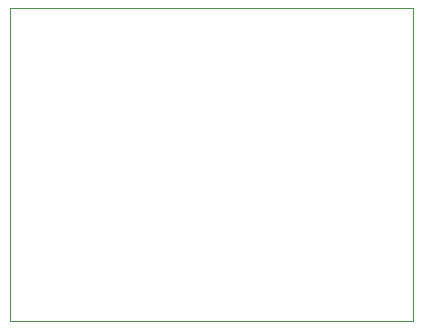
<source format=gm1>
G04 #@! TF.GenerationSoftware,KiCad,Pcbnew,(5.1.6)-1*
G04 #@! TF.CreationDate,2021-04-21T10:38:01+02:00*
G04 #@! TF.ProjectId,LactateStat_v1,4c616374-6174-4655-9374-61745f76312e,rev?*
G04 #@! TF.SameCoordinates,Original*
G04 #@! TF.FileFunction,Profile,NP*
%FSLAX46Y46*%
G04 Gerber Fmt 4.6, Leading zero omitted, Abs format (unit mm)*
G04 Created by KiCad (PCBNEW (5.1.6)-1) date 2021-04-21 10:38:01*
%MOMM*%
%LPD*%
G01*
G04 APERTURE LIST*
G04 #@! TA.AperFunction,Profile*
%ADD10C,0.050000*%
G04 #@! TD*
G04 APERTURE END LIST*
D10*
X139250000Y-108250000D02*
X139250000Y-81750000D01*
X173300000Y-108250000D02*
X139250000Y-108250000D01*
X173300000Y-81750000D02*
X173300000Y-108250000D01*
X139250000Y-81750000D02*
X173300000Y-81750000D01*
M02*

</source>
